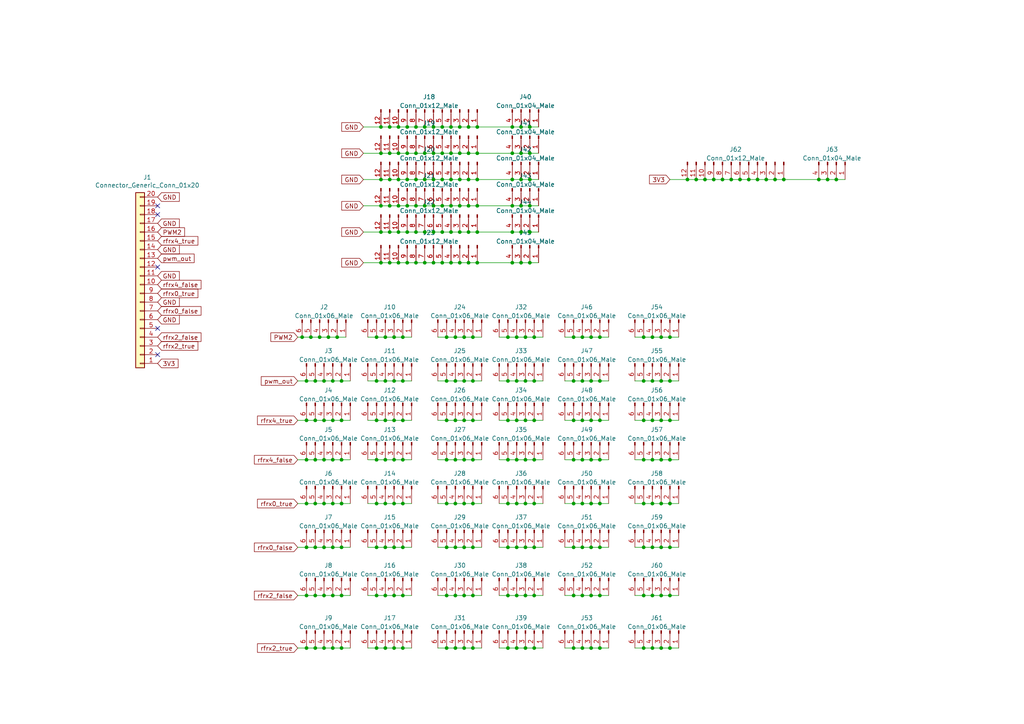
<source format=kicad_sch>
(kicad_sch (version 20211123) (generator eeschema)
  (paper "A4")
  (lib_symbols
    (symbol "Connector:Conn_01x04_Male" (pin_names (offset 1.016) hide)
      (property "Reference" "J" (at 0 5.08 0))
      (property "Value" "Conn_01x04_Male" (at 0 -7.62 0))
      (symbol "Conn_01x04_Male_1_1"
        (pin passive line (at 5.08 2.54 180) (length 3.81) (name "Pin_1") (number "1"))
        (pin passive line (at 5.08 0 180) (length 3.81) (name "Pin_2") (number "2"))
        (pin passive line (at 5.08 -2.54 180) (length 3.81) (name "Pin_3") (number "3"))
        (pin passive line (at 5.08 -5.08 180) (length 3.81) (name "Pin_4") (number "4"))
      )
    )
    (symbol "Connector:Conn_01x06_Male" (pin_names (offset 1.016) hide)
      (property "Reference" "J" (at 0 7.62 0))
      (property "Value" "Conn_01x06_Male" (at 0 -10.16 0))
      (symbol "Conn_01x06_Male_1_1"
        (pin passive line (at 5.08 5.08 180) (length 3.81) (name "Pin_1") (number "1"))
        (pin passive line (at 5.08 2.54 180) (length 3.81) (name "Pin_2") (number "2"))
        (pin passive line (at 5.08 0 180) (length 3.81) (name "Pin_3") (number "3"))
        (pin passive line (at 5.08 -2.54 180) (length 3.81) (name "Pin_4") (number "4"))
        (pin passive line (at 5.08 -5.08 180) (length 3.81) (name "Pin_5") (number "5"))
        (pin passive line (at 5.08 -7.62 180) (length 3.81) (name "Pin_6") (number "6"))
      )
    )
    (symbol "Connector:Conn_01x12_Male" (pin_names (offset 1.016) hide)
      (property "Reference" "J" (at 0 15.24 0))
      (property "Value" "Conn_01x12_Male" (at 0 -17.78 0))
      (symbol "Conn_01x12_Male_1_1"
        (pin passive line (at 5.08 12.7 180) (length 3.81) (name "Pin_1") (number "1"))
        (pin passive line (at 5.08 -10.16 180) (length 3.81) (name "Pin_10") (number "10"))
        (pin passive line (at 5.08 -12.7 180) (length 3.81) (name "Pin_11") (number "11"))
        (pin passive line (at 5.08 -15.24 180) (length 3.81) (name "Pin_12") (number "12"))
        (pin passive line (at 5.08 10.16 180) (length 3.81) (name "Pin_2") (number "2"))
        (pin passive line (at 5.08 7.62 180) (length 3.81) (name "Pin_3") (number "3"))
        (pin passive line (at 5.08 5.08 180) (length 3.81) (name "Pin_4") (number "4"))
        (pin passive line (at 5.08 2.54 180) (length 3.81) (name "Pin_5") (number "5"))
        (pin passive line (at 5.08 0 180) (length 3.81) (name "Pin_6") (number "6"))
        (pin passive line (at 5.08 -2.54 180) (length 3.81) (name "Pin_7") (number "7"))
        (pin passive line (at 5.08 -5.08 180) (length 3.81) (name "Pin_8") (number "8"))
        (pin passive line (at 5.08 -7.62 180) (length 3.81) (name "Pin_9") (number "9"))
      )
    )
    (symbol "bgt:Connector_Generic_Conn_01x20" (pin_names (offset 1.016) hide)
      (property "Reference" "J" (at 0 25.4 0))
      (property "Value" "bgt_Connector_Generic_Conn_01x20" (at 0 -27.94 0))
      (symbol "Connector_Generic_Conn_01x20_1_1"
        (pin passive line (at -5.08 22.86 0) (length 3.81) (name "Pin_1") (number "1"))
        (pin passive line (at -5.08 0 0) (length 3.81) (name "Pin_10") (number "10"))
        (pin passive line (at -5.08 -2.54 0) (length 3.81) (name "Pin_11") (number "11"))
        (pin passive line (at -5.08 -5.08 0) (length 3.81) (name "Pin_12") (number "12"))
        (pin passive line (at -5.08 -7.62 0) (length 3.81) (name "Pin_13") (number "13"))
        (pin passive line (at -5.08 -10.16 0) (length 3.81) (name "Pin_14") (number "14"))
        (pin passive line (at -5.08 -12.7 0) (length 3.81) (name "Pin_15") (number "15"))
        (pin passive line (at -5.08 -15.24 0) (length 3.81) (name "Pin_16") (number "16"))
        (pin passive line (at -5.08 -17.78 0) (length 3.81) (name "Pin_17") (number "17"))
        (pin passive line (at -5.08 -20.32 0) (length 3.81) (name "Pin_18") (number "18"))
        (pin passive line (at -5.08 -22.86 0) (length 3.81) (name "Pin_19") (number "19"))
        (pin passive line (at -5.08 20.32 0) (length 3.81) (name "Pin_2") (number "2"))
        (pin passive line (at -5.08 -25.4 0) (length 3.81) (name "Pin_20") (number "20"))
        (pin passive line (at -5.08 17.78 0) (length 3.81) (name "Pin_3") (number "3"))
        (pin passive line (at -5.08 15.24 0) (length 3.81) (name "Pin_4") (number "4"))
        (pin passive line (at -5.08 12.7 0) (length 3.81) (name "Pin_5") (number "5"))
        (pin passive line (at -5.08 10.16 0) (length 3.81) (name "Pin_6") (number "6"))
        (pin passive line (at -5.08 7.62 0) (length 3.81) (name "Pin_7") (number "7"))
        (pin passive line (at -5.08 5.08 0) (length 3.81) (name "Pin_8") (number "8"))
        (pin passive line (at -5.08 2.54 0) (length 3.81) (name "Pin_9") (number "9"))
      )
    )
  )
  (junction (at 171.45 97.79))
  (junction (at 128.27 36.83))
  (junction (at 189.23 158.75))
  (junction (at 110.49 67.31))
  (junction (at 191.77 133.35))
  (junction (at 224.79 52.07))
  (junction (at 96.52 121.92))
  (junction (at 191.77 146.05))
  (junction (at 149.86 97.79))
  (junction (at 133.35 36.83))
  (junction (at 115.57 52.07))
  (junction (at 96.52 110.49))
  (junction (at 148.59 36.83))
  (junction (at 111.76 121.92))
  (junction (at 147.32 121.92))
  (junction (at 168.91 187.96))
  (junction (at 148.59 76.2))
  (junction (at 191.77 97.79))
  (junction (at 130.81 59.69))
  (junction (at 118.11 52.07))
  (junction (at 153.67 36.83))
  (junction (at 168.91 133.35))
  (junction (at 132.08 158.75))
  (junction (at 116.84 110.49))
  (junction (at 88.9 158.75))
  (junction (at 189.23 97.79))
  (junction (at 110.49 52.07))
  (junction (at 171.45 133.35))
  (junction (at 191.77 110.49))
  (junction (at 132.08 97.79))
  (junction (at 120.65 52.07))
  (junction (at 194.31 187.96))
  (junction (at 130.81 44.45))
  (junction (at 96.52 146.05))
  (junction (at 113.03 44.45))
  (junction (at 201.93 52.07))
  (junction (at 109.22 146.05))
  (junction (at 128.27 44.45))
  (junction (at 154.94 158.75))
  (junction (at 151.13 67.31))
  (junction (at 114.3 97.79))
  (junction (at 191.77 158.75))
  (junction (at 152.4 172.72))
  (junction (at 113.03 59.69))
  (junction (at 99.06 133.35))
  (junction (at 132.08 121.92))
  (junction (at 219.71 52.07))
  (junction (at 173.99 121.92))
  (junction (at 151.13 44.45))
  (junction (at 133.35 52.07))
  (junction (at 132.08 146.05))
  (junction (at 168.91 121.92))
  (junction (at 173.99 97.79))
  (junction (at 109.22 187.96))
  (junction (at 134.62 172.72))
  (junction (at 87.63 97.79))
  (junction (at 120.65 44.45))
  (junction (at 191.77 172.72))
  (junction (at 109.22 158.75))
  (junction (at 132.08 110.49))
  (junction (at 137.16 187.96))
  (junction (at 194.31 110.49))
  (junction (at 149.86 133.35))
  (junction (at 189.23 146.05))
  (junction (at 92.71 97.79))
  (junction (at 96.52 187.96))
  (junction (at 118.11 76.2))
  (junction (at 173.99 146.05))
  (junction (at 166.37 158.75))
  (junction (at 125.73 76.2))
  (junction (at 123.19 67.31))
  (junction (at 154.94 172.72))
  (junction (at 129.54 133.35))
  (junction (at 153.67 52.07))
  (junction (at 147.32 172.72))
  (junction (at 129.54 110.49))
  (junction (at 153.67 76.2))
  (junction (at 109.22 110.49))
  (junction (at 129.54 158.75))
  (junction (at 93.98 146.05))
  (junction (at 99.06 187.96))
  (junction (at 133.35 44.45))
  (junction (at 166.37 146.05))
  (junction (at 99.06 146.05))
  (junction (at 110.49 36.83))
  (junction (at 134.62 187.96))
  (junction (at 171.45 172.72))
  (junction (at 132.08 133.35))
  (junction (at 99.06 158.75))
  (junction (at 91.44 158.75))
  (junction (at 237.49 52.07))
  (junction (at 173.99 110.49))
  (junction (at 93.98 158.75))
  (junction (at 97.79 97.79))
  (junction (at 135.89 44.45))
  (junction (at 91.44 121.92))
  (junction (at 137.16 110.49))
  (junction (at 186.69 97.79))
  (junction (at 138.43 67.31))
  (junction (at 134.62 121.92))
  (junction (at 130.81 76.2))
  (junction (at 114.3 187.96))
  (junction (at 138.43 44.45))
  (junction (at 118.11 44.45))
  (junction (at 151.13 76.2))
  (junction (at 120.65 67.31))
  (junction (at 115.57 59.69))
  (junction (at 134.62 158.75))
  (junction (at 93.98 133.35))
  (junction (at 128.27 67.31))
  (junction (at 110.49 76.2))
  (junction (at 116.84 133.35))
  (junction (at 111.76 97.79))
  (junction (at 154.94 133.35))
  (junction (at 116.84 146.05))
  (junction (at 147.32 158.75))
  (junction (at 149.86 187.96))
  (junction (at 123.19 36.83))
  (junction (at 222.25 52.07))
  (junction (at 91.44 133.35))
  (junction (at 123.19 44.45))
  (junction (at 186.69 158.75))
  (junction (at 194.31 172.72))
  (junction (at 118.11 36.83))
  (junction (at 96.52 172.72))
  (junction (at 154.94 110.49))
  (junction (at 130.81 52.07))
  (junction (at 115.57 36.83))
  (junction (at 148.59 44.45))
  (junction (at 152.4 146.05))
  (junction (at 118.11 67.31))
  (junction (at 191.77 121.92))
  (junction (at 168.91 172.72))
  (junction (at 118.11 59.69))
  (junction (at 125.73 52.07))
  (junction (at 137.16 158.75))
  (junction (at 147.32 133.35))
  (junction (at 189.23 172.72))
  (junction (at 134.62 97.79))
  (junction (at 116.84 172.72))
  (junction (at 186.69 133.35))
  (junction (at 168.91 158.75))
  (junction (at 88.9 146.05))
  (junction (at 134.62 133.35))
  (junction (at 148.59 52.07))
  (junction (at 173.99 187.96))
  (junction (at 133.35 76.2))
  (junction (at 88.9 121.92))
  (junction (at 166.37 110.49))
  (junction (at 99.06 121.92))
  (junction (at 171.45 121.92))
  (junction (at 171.45 187.96))
  (junction (at 115.57 67.31))
  (junction (at 204.47 52.07))
  (junction (at 147.32 187.96))
  (junction (at 109.22 133.35))
  (junction (at 113.03 67.31))
  (junction (at 120.65 76.2))
  (junction (at 116.84 121.92))
  (junction (at 88.9 187.96))
  (junction (at 171.45 146.05))
  (junction (at 111.76 110.49))
  (junction (at 189.23 133.35))
  (junction (at 217.17 52.07))
  (junction (at 153.67 59.69))
  (junction (at 132.08 172.72))
  (junction (at 129.54 146.05))
  (junction (at 120.65 36.83))
  (junction (at 132.08 187.96))
  (junction (at 95.25 97.79))
  (junction (at 194.31 97.79))
  (junction (at 113.03 36.83))
  (junction (at 148.59 59.69))
  (junction (at 109.22 172.72))
  (junction (at 137.16 172.72))
  (junction (at 125.73 36.83))
  (junction (at 194.31 121.92))
  (junction (at 129.54 172.72))
  (junction (at 138.43 76.2))
  (junction (at 194.31 146.05))
  (junction (at 129.54 121.92))
  (junction (at 212.09 52.07))
  (junction (at 227.33 52.07))
  (junction (at 111.76 133.35))
  (junction (at 152.4 97.79))
  (junction (at 173.99 133.35))
  (junction (at 149.86 172.72))
  (junction (at 114.3 172.72))
  (junction (at 154.94 187.96))
  (junction (at 152.4 158.75))
  (junction (at 114.3 121.92))
  (junction (at 135.89 59.69))
  (junction (at 189.23 187.96))
  (junction (at 147.32 110.49))
  (junction (at 90.17 97.79))
  (junction (at 137.16 97.79))
  (junction (at 189.23 121.92))
  (junction (at 154.94 97.79))
  (junction (at 186.69 172.72))
  (junction (at 96.52 158.75))
  (junction (at 149.86 146.05))
  (junction (at 113.03 52.07))
  (junction (at 109.22 97.79))
  (junction (at 152.4 121.92))
  (junction (at 91.44 110.49))
  (junction (at 151.13 59.69))
  (junction (at 189.23 110.49))
  (junction (at 149.86 121.92))
  (junction (at 129.54 97.79))
  (junction (at 186.69 187.96))
  (junction (at 240.03 52.07))
  (junction (at 130.81 36.83))
  (junction (at 154.94 146.05))
  (junction (at 111.76 146.05))
  (junction (at 120.65 59.69))
  (junction (at 138.43 36.83))
  (junction (at 166.37 187.96))
  (junction (at 91.44 172.72))
  (junction (at 125.73 67.31))
  (junction (at 93.98 187.96))
  (junction (at 138.43 52.07))
  (junction (at 111.76 158.75))
  (junction (at 123.19 59.69))
  (junction (at 93.98 121.92))
  (junction (at 171.45 110.49))
  (junction (at 128.27 76.2))
  (junction (at 125.73 44.45))
  (junction (at 151.13 36.83))
  (junction (at 113.03 76.2))
  (junction (at 115.57 76.2))
  (junction (at 173.99 158.75))
  (junction (at 123.19 52.07))
  (junction (at 168.91 146.05))
  (junction (at 148.59 67.31))
  (junction (at 135.89 76.2))
  (junction (at 109.22 121.92))
  (junction (at 168.91 97.79))
  (junction (at 99.06 172.72))
  (junction (at 173.99 172.72))
  (junction (at 125.73 59.69))
  (junction (at 154.94 121.92))
  (junction (at 88.9 172.72))
  (junction (at 116.84 97.79))
  (junction (at 128.27 59.69))
  (junction (at 130.81 67.31))
  (junction (at 91.44 146.05))
  (junction (at 147.32 97.79))
  (junction (at 166.37 97.79))
  (junction (at 88.9 110.49))
  (junction (at 207.01 52.07))
  (junction (at 168.91 110.49))
  (junction (at 96.52 133.35))
  (junction (at 186.69 146.05))
  (junction (at 134.62 146.05))
  (junction (at 149.86 158.75))
  (junction (at 194.31 158.75))
  (junction (at 116.84 187.96))
  (junction (at 153.67 67.31))
  (junction (at 111.76 172.72))
  (junction (at 133.35 67.31))
  (junction (at 135.89 67.31))
  (junction (at 88.9 133.35))
  (junction (at 186.69 110.49))
  (junction (at 110.49 44.45))
  (junction (at 115.57 44.45))
  (junction (at 152.4 110.49))
  (junction (at 114.3 146.05))
  (junction (at 149.86 110.49))
  (junction (at 153.67 44.45))
  (junction (at 116.84 158.75))
  (junction (at 138.43 59.69))
  (junction (at 111.76 187.96))
  (junction (at 133.35 59.69))
  (junction (at 191.77 187.96))
  (junction (at 137.16 121.92))
  (junction (at 242.57 52.07))
  (junction (at 114.3 133.35))
  (junction (at 134.62 110.49))
  (junction (at 199.39 52.07))
  (junction (at 93.98 110.49))
  (junction (at 186.69 121.92))
  (junction (at 137.16 133.35))
  (junction (at 129.54 187.96))
  (junction (at 110.49 59.69))
  (junction (at 114.3 110.49))
  (junction (at 214.63 52.07))
  (junction (at 99.06 110.49))
  (junction (at 135.89 36.83))
  (junction (at 151.13 52.07))
  (junction (at 91.44 187.96))
  (junction (at 135.89 52.07))
  (junction (at 152.4 187.96))
  (junction (at 194.31 133.35))
  (junction (at 166.37 172.72))
  (junction (at 147.32 146.05))
  (junction (at 128.27 52.07))
  (junction (at 114.3 158.75))
  (junction (at 137.16 146.05))
  (junction (at 171.45 158.75))
  (junction (at 93.98 172.72))
  (junction (at 152.4 133.35))
  (junction (at 209.55 52.07))
  (junction (at 123.19 76.2))
  (junction (at 166.37 133.35))
  (junction (at 166.37 121.92))
  (no_connect (at 45.72 95.25))
  (no_connect (at 45.72 102.87))
  (no_connect (at 45.72 77.47))
  (no_connect (at 45.72 62.23))
  (no_connect (at 45.72 59.69))
  (wire (pts (xy 105.41 36.83) (xy 110.49 36.83)))
  (wire (pts (xy 186.69 172.72) (xy 189.23 172.72)))
  (wire (pts (xy 111.76 187.96) (xy 114.3 187.96)))
  (wire (pts (xy 147.32 187.96) (xy 149.86 187.96)))
  (wire (pts (xy 147.32 133.35) (xy 149.86 133.35)))
  (wire (pts (xy 191.77 146.05) (xy 194.31 146.05)))
  (wire (pts (xy 113.03 59.69) (xy 115.57 59.69)))
  (wire (pts (xy 113.03 44.45) (xy 115.57 44.45)))
  (wire (pts (xy 111.76 158.75) (xy 114.3 158.75)))
  (wire (pts (xy 171.45 97.79) (xy 173.99 97.79)))
  (wire (pts (xy 194.31 187.96) (xy 196.85 187.96)))
  (wire (pts (xy 171.45 121.92) (xy 173.99 121.92)))
  (wire (pts (xy 191.77 187.96) (xy 194.31 187.96)))
  (wire (pts (xy 91.44 158.75) (xy 93.98 158.75)))
  (wire (pts (xy 106.68 187.96) (xy 109.22 187.96)))
  (wire (pts (xy 116.84 172.72) (xy 119.38 172.72)))
  (wire (pts (xy 194.31 133.35) (xy 196.85 133.35)))
  (wire (pts (xy 144.78 158.75) (xy 147.32 158.75)))
  (wire (pts (xy 111.76 110.49) (xy 114.3 110.49)))
  (wire (pts (xy 149.86 172.72) (xy 152.4 172.72)))
  (wire (pts (xy 86.36 110.49) (xy 88.9 110.49)))
  (wire (pts (xy 129.54 146.05) (xy 132.08 146.05)))
  (wire (pts (xy 93.98 158.75) (xy 96.52 158.75)))
  (wire (pts (xy 149.86 146.05) (xy 152.4 146.05)))
  (wire (pts (xy 106.68 146.05) (xy 109.22 146.05)))
  (wire (pts (xy 130.81 52.07) (xy 133.35 52.07)))
  (wire (pts (xy 113.03 36.83) (xy 115.57 36.83)))
  (wire (pts (xy 113.03 67.31) (xy 115.57 67.31)))
  (wire (pts (xy 135.89 44.45) (xy 138.43 44.45)))
  (wire (pts (xy 137.16 97.79) (xy 139.7 97.79)))
  (wire (pts (xy 219.71 52.07) (xy 222.25 52.07)))
  (wire (pts (xy 88.9 110.49) (xy 91.44 110.49)))
  (wire (pts (xy 184.15 172.72) (xy 186.69 172.72)))
  (wire (pts (xy 132.08 110.49) (xy 134.62 110.49)))
  (wire (pts (xy 88.9 146.05) (xy 91.44 146.05)))
  (wire (pts (xy 134.62 146.05) (xy 137.16 146.05)))
  (wire (pts (xy 194.31 172.72) (xy 196.85 172.72)))
  (wire (pts (xy 109.22 158.75) (xy 111.76 158.75)))
  (wire (pts (xy 148.59 36.83) (xy 151.13 36.83)))
  (wire (pts (xy 227.33 52.07) (xy 237.49 52.07)))
  (wire (pts (xy 99.06 158.75) (xy 101.6 158.75)))
  (wire (pts (xy 91.44 133.35) (xy 93.98 133.35)))
  (wire (pts (xy 184.15 133.35) (xy 186.69 133.35)))
  (wire (pts (xy 110.49 52.07) (xy 113.03 52.07)))
  (wire (pts (xy 186.69 110.49) (xy 189.23 110.49)))
  (wire (pts (xy 114.3 172.72) (xy 116.84 172.72)))
  (wire (pts (xy 116.84 110.49) (xy 119.38 110.49)))
  (wire (pts (xy 171.45 110.49) (xy 173.99 110.49)))
  (wire (pts (xy 163.83 133.35) (xy 166.37 133.35)))
  (wire (pts (xy 166.37 133.35) (xy 168.91 133.35)))
  (wire (pts (xy 96.52 110.49) (xy 99.06 110.49)))
  (wire (pts (xy 125.73 52.07) (xy 128.27 52.07)))
  (wire (pts (xy 130.81 67.31) (xy 133.35 67.31)))
  (wire (pts (xy 189.23 172.72) (xy 191.77 172.72)))
  (wire (pts (xy 138.43 52.07) (xy 148.59 52.07)))
  (wire (pts (xy 166.37 110.49) (xy 168.91 110.49)))
  (wire (pts (xy 135.89 52.07) (xy 138.43 52.07)))
  (wire (pts (xy 127 121.92) (xy 129.54 121.92)))
  (wire (pts (xy 189.23 187.96) (xy 191.77 187.96)))
  (wire (pts (xy 127 146.05) (xy 129.54 146.05)))
  (wire (pts (xy 137.16 121.92) (xy 139.7 121.92)))
  (wire (pts (xy 144.78 172.72) (xy 147.32 172.72)))
  (wire (pts (xy 125.73 67.31) (xy 128.27 67.31)))
  (wire (pts (xy 116.84 121.92) (xy 119.38 121.92)))
  (wire (pts (xy 144.78 110.49) (xy 147.32 110.49)))
  (wire (pts (xy 96.52 133.35) (xy 99.06 133.35)))
  (wire (pts (xy 135.89 59.69) (xy 138.43 59.69)))
  (wire (pts (xy 151.13 67.31) (xy 153.67 67.31)))
  (wire (pts (xy 110.49 67.31) (xy 113.03 67.31)))
  (wire (pts (xy 154.94 121.92) (xy 157.48 121.92)))
  (wire (pts (xy 171.45 146.05) (xy 173.99 146.05)))
  (wire (pts (xy 105.41 67.31) (xy 110.49 67.31)))
  (wire (pts (xy 132.08 121.92) (xy 134.62 121.92)))
  (wire (pts (xy 115.57 52.07) (xy 118.11 52.07)))
  (wire (pts (xy 93.98 133.35) (xy 96.52 133.35)))
  (wire (pts (xy 105.41 59.69) (xy 110.49 59.69)))
  (wire (pts (xy 135.89 76.2) (xy 138.43 76.2)))
  (wire (pts (xy 134.62 187.96) (xy 137.16 187.96)))
  (wire (pts (xy 163.83 121.92) (xy 166.37 121.92)))
  (wire (pts (xy 125.73 76.2) (xy 128.27 76.2)))
  (wire (pts (xy 88.9 158.75) (xy 91.44 158.75)))
  (wire (pts (xy 194.31 52.07) (xy 199.39 52.07)))
  (wire (pts (xy 127 158.75) (xy 129.54 158.75)))
  (wire (pts (xy 184.15 146.05) (xy 186.69 146.05)))
  (wire (pts (xy 149.86 187.96) (xy 152.4 187.96)))
  (wire (pts (xy 184.15 121.92) (xy 186.69 121.92)))
  (wire (pts (xy 123.19 59.69) (xy 125.73 59.69)))
  (wire (pts (xy 224.79 52.07) (xy 227.33 52.07)))
  (wire (pts (xy 147.32 172.72) (xy 149.86 172.72)))
  (wire (pts (xy 129.54 133.35) (xy 132.08 133.35)))
  (wire (pts (xy 133.35 76.2) (xy 135.89 76.2)))
  (wire (pts (xy 116.84 187.96) (xy 119.38 187.96)))
  (wire (pts (xy 128.27 59.69) (xy 130.81 59.69)))
  (wire (pts (xy 99.06 121.92) (xy 101.6 121.92)))
  (wire (pts (xy 86.36 146.05) (xy 88.9 146.05)))
  (wire (pts (xy 120.65 36.83) (xy 123.19 36.83)))
  (wire (pts (xy 166.37 146.05) (xy 168.91 146.05)))
  (wire (pts (xy 166.37 172.72) (xy 168.91 172.72)))
  (wire (pts (xy 114.3 133.35) (xy 116.84 133.35)))
  (wire (pts (xy 147.32 158.75) (xy 149.86 158.75)))
  (wire (pts (xy 144.78 133.35) (xy 147.32 133.35)))
  (wire (pts (xy 138.43 36.83) (xy 148.59 36.83)))
  (wire (pts (xy 88.9 133.35) (xy 91.44 133.35)))
  (wire (pts (xy 96.52 172.72) (xy 99.06 172.72)))
  (wire (pts (xy 133.35 44.45) (xy 135.89 44.45)))
  (wire (pts (xy 130.81 76.2) (xy 133.35 76.2)))
  (wire (pts (xy 138.43 44.45) (xy 148.59 44.45)))
  (wire (pts (xy 168.91 97.79) (xy 171.45 97.79)))
  (wire (pts (xy 151.13 36.83) (xy 153.67 36.83)))
  (wire (pts (xy 138.43 76.2) (xy 148.59 76.2)))
  (wire (pts (xy 189.23 121.92) (xy 191.77 121.92)))
  (wire (pts (xy 184.15 110.49) (xy 186.69 110.49)))
  (wire (pts (xy 86.36 172.72) (xy 88.9 172.72)))
  (wire (pts (xy 118.11 59.69) (xy 120.65 59.69)))
  (wire (pts (xy 152.4 187.96) (xy 154.94 187.96)))
  (wire (pts (xy 111.76 133.35) (xy 114.3 133.35)))
  (wire (pts (xy 149.86 133.35) (xy 152.4 133.35)))
  (wire (pts (xy 86.36 158.75) (xy 88.9 158.75)))
  (wire (pts (xy 148.59 59.69) (xy 151.13 59.69)))
  (wire (pts (xy 217.17 52.07) (xy 219.71 52.07)))
  (wire (pts (xy 99.06 146.05) (xy 101.6 146.05)))
  (wire (pts (xy 105.41 44.45) (xy 110.49 44.45)))
  (wire (pts (xy 106.68 121.92) (xy 109.22 121.92)))
  (wire (pts (xy 106.68 172.72) (xy 109.22 172.72)))
  (wire (pts (xy 149.86 97.79) (xy 152.4 97.79)))
  (wire (pts (xy 144.78 121.92) (xy 147.32 121.92)))
  (wire (pts (xy 166.37 121.92) (xy 168.91 121.92)))
  (wire (pts (xy 134.62 133.35) (xy 137.16 133.35)))
  (wire (pts (xy 123.19 44.45) (xy 125.73 44.45)))
  (wire (pts (xy 128.27 52.07) (xy 130.81 52.07)))
  (wire (pts (xy 191.77 133.35) (xy 194.31 133.35)))
  (wire (pts (xy 240.03 52.07) (xy 242.57 52.07)))
  (wire (pts (xy 113.03 52.07) (xy 115.57 52.07)))
  (wire (pts (xy 95.25 97.79) (xy 97.79 97.79)))
  (wire (pts (xy 144.78 187.96) (xy 147.32 187.96)))
  (wire (pts (xy 144.78 146.05) (xy 147.32 146.05)))
  (wire (pts (xy 152.4 97.79) (xy 154.94 97.79)))
  (wire (pts (xy 96.52 187.96) (xy 99.06 187.96)))
  (wire (pts (xy 134.62 97.79) (xy 137.16 97.79)))
  (wire (pts (xy 194.31 121.92) (xy 196.85 121.92)))
  (wire (pts (xy 99.06 110.49) (xy 101.6 110.49)))
  (wire (pts (xy 166.37 97.79) (xy 168.91 97.79)))
  (wire (pts (xy 91.44 146.05) (xy 93.98 146.05)))
  (wire (pts (xy 118.11 36.83) (xy 120.65 36.83)))
  (wire (pts (xy 87.63 97.79) (xy 90.17 97.79)))
  (wire (pts (xy 152.4 158.75) (xy 154.94 158.75)))
  (wire (pts (xy 125.73 59.69) (xy 128.27 59.69)))
  (wire (pts (xy 184.15 97.79) (xy 186.69 97.79)))
  (wire (pts (xy 110.49 36.83) (xy 113.03 36.83)))
  (wire (pts (xy 114.3 146.05) (xy 116.84 146.05)))
  (wire (pts (xy 129.54 97.79) (xy 132.08 97.79)))
  (wire (pts (xy 114.3 121.92) (xy 116.84 121.92)))
  (wire (pts (xy 173.99 158.75) (xy 176.53 158.75)))
  (wire (pts (xy 168.91 187.96) (xy 171.45 187.96)))
  (wire (pts (xy 186.69 158.75) (xy 189.23 158.75)))
  (wire (pts (xy 93.98 121.92) (xy 96.52 121.92)))
  (wire (pts (xy 151.13 52.07) (xy 153.67 52.07)))
  (wire (pts (xy 129.54 110.49) (xy 132.08 110.49)))
  (wire (pts (xy 91.44 187.96) (xy 93.98 187.96)))
  (wire (pts (xy 147.32 121.92) (xy 149.86 121.92)))
  (wire (pts (xy 127 187.96) (xy 129.54 187.96)))
  (wire (pts (xy 168.91 110.49) (xy 171.45 110.49)))
  (wire (pts (xy 111.76 146.05) (xy 114.3 146.05)))
  (wire (pts (xy 137.16 133.35) (xy 139.7 133.35)))
  (wire (pts (xy 212.09 52.07) (xy 214.63 52.07)))
  (wire (pts (xy 194.31 158.75) (xy 196.85 158.75)))
  (wire (pts (xy 153.67 36.83) (xy 156.21 36.83)))
  (wire (pts (xy 133.35 36.83) (xy 135.89 36.83)))
  (wire (pts (xy 191.77 172.72) (xy 194.31 172.72)))
  (wire (pts (xy 222.25 52.07) (xy 224.79 52.07)))
  (wire (pts (xy 132.08 187.96) (xy 134.62 187.96)))
  (wire (pts (xy 151.13 76.2) (xy 153.67 76.2)))
  (wire (pts (xy 111.76 97.79) (xy 114.3 97.79)))
  (wire (pts (xy 93.98 172.72) (xy 96.52 172.72)))
  (wire (pts (xy 132.08 146.05) (xy 134.62 146.05)))
  (wire (pts (xy 163.83 158.75) (xy 166.37 158.75)))
  (wire (pts (xy 129.54 158.75) (xy 132.08 158.75)))
  (wire (pts (xy 118.11 52.07) (xy 120.65 52.07)))
  (wire (pts (xy 171.45 158.75) (xy 173.99 158.75)))
  (wire (pts (xy 120.65 76.2) (xy 123.19 76.2)))
  (wire (pts (xy 114.3 97.79) (xy 116.84 97.79)))
  (wire (pts (xy 109.22 172.72) (xy 111.76 172.72)))
  (wire (pts (xy 113.03 76.2) (xy 115.57 76.2)))
  (wire (pts (xy 115.57 67.31) (xy 118.11 67.31)))
  (wire (pts (xy 134.62 110.49) (xy 137.16 110.49)))
  (wire (pts (xy 90.17 97.79) (xy 92.71 97.79)))
  (wire (pts (xy 242.57 52.07) (xy 245.11 52.07)))
  (wire (pts (xy 116.84 97.79) (xy 119.38 97.79)))
  (wire (pts (xy 115.57 44.45) (xy 118.11 44.45)))
  (wire (pts (xy 116.84 133.35) (xy 119.38 133.35)))
  (wire (pts (xy 91.44 172.72) (xy 93.98 172.72)))
  (wire (pts (xy 166.37 158.75) (xy 168.91 158.75)))
  (wire (pts (xy 91.44 121.92) (xy 93.98 121.92)))
  (wire (pts (xy 130.81 59.69) (xy 133.35 59.69)))
  (wire (pts (xy 106.68 158.75) (xy 109.22 158.75)))
  (wire (pts (xy 99.06 133.35) (xy 101.6 133.35)))
  (wire (pts (xy 138.43 59.69) (xy 148.59 59.69)))
  (wire (pts (xy 114.3 187.96) (xy 116.84 187.96)))
  (wire (pts (xy 137.16 172.72) (xy 139.7 172.72)))
  (wire (pts (xy 153.67 52.07) (xy 156.21 52.07)))
  (wire (pts (xy 163.83 97.79) (xy 166.37 97.79)))
  (wire (pts (xy 135.89 67.31) (xy 138.43 67.31)))
  (wire (pts (xy 173.99 187.96) (xy 176.53 187.96)))
  (wire (pts (xy 86.36 187.96) (xy 88.9 187.96)))
  (wire (pts (xy 120.65 59.69) (xy 123.19 59.69)))
  (wire (pts (xy 88.9 121.92) (xy 91.44 121.92)))
  (wire (pts (xy 168.91 146.05) (xy 171.45 146.05)))
  (wire (pts (xy 123.19 67.31) (xy 125.73 67.31)))
  (wire (pts (xy 154.94 158.75) (xy 157.48 158.75)))
  (wire (pts (xy 86.36 121.92) (xy 88.9 121.92)))
  (wire (pts (xy 153.67 67.31) (xy 156.21 67.31)))
  (wire (pts (xy 154.94 146.05) (xy 157.48 146.05)))
  (wire (pts (xy 114.3 110.49) (xy 116.84 110.49)))
  (wire (pts (xy 96.52 146.05) (xy 99.06 146.05)))
  (wire (pts (xy 109.22 110.49) (xy 111.76 110.49)))
  (wire (pts (xy 137.16 146.05) (xy 139.7 146.05)))
  (wire (pts (xy 127 172.72) (xy 129.54 172.72)))
  (wire (pts (xy 171.45 187.96) (xy 173.99 187.96)))
  (wire (pts (xy 186.69 187.96) (xy 189.23 187.96)))
  (wire (pts (xy 109.22 133.35) (xy 111.76 133.35)))
  (wire (pts (xy 173.99 146.05) (xy 176.53 146.05)))
  (wire (pts (xy 123.19 52.07) (xy 125.73 52.07)))
  (wire (pts (xy 154.94 133.35) (xy 157.48 133.35)))
  (wire (pts (xy 152.4 110.49) (xy 154.94 110.49)))
  (wire (pts (xy 154.94 172.72) (xy 157.48 172.72)))
  (wire (pts (xy 133.35 52.07) (xy 135.89 52.07)))
  (wire (pts (xy 128.27 67.31) (xy 130.81 67.31)))
  (wire (pts (xy 120.65 52.07) (xy 123.19 52.07)))
  (wire (pts (xy 133.35 67.31) (xy 135.89 67.31)))
  (wire (pts (xy 173.99 133.35) (xy 176.53 133.35)))
  (wire (pts (xy 149.86 110.49) (xy 152.4 110.49)))
  (wire (pts (xy 132.08 133.35) (xy 134.62 133.35)))
  (wire (pts (xy 93.98 187.96) (xy 96.52 187.96)))
  (wire (pts (xy 152.4 133.35) (xy 154.94 133.35)))
  (wire (pts (xy 106.68 133.35) (xy 109.22 133.35)))
  (wire (pts (xy 106.68 97.79) (xy 109.22 97.79)))
  (wire (pts (xy 138.43 67.31) (xy 148.59 67.31)))
  (wire (pts (xy 173.99 97.79) (xy 176.53 97.79)))
  (wire (pts (xy 111.76 121.92) (xy 114.3 121.92)))
  (wire (pts (xy 105.41 52.07) (xy 110.49 52.07)))
  (wire (pts (xy 109.22 146.05) (xy 111.76 146.05)))
  (wire (pts (xy 168.91 133.35) (xy 171.45 133.35)))
  (wire (pts (xy 173.99 172.72) (xy 176.53 172.72)))
  (wire (pts (xy 118.11 76.2) (xy 120.65 76.2)))
  (wire (pts (xy 134.62 121.92) (xy 137.16 121.92)))
  (wire (pts (xy 111.76 172.72) (xy 114.3 172.72)))
  (wire (pts (xy 166.37 187.96) (xy 168.91 187.96)))
  (wire (pts (xy 129.54 121.92) (xy 132.08 121.92)))
  (wire (pts (xy 115.57 36.83) (xy 118.11 36.83)))
  (wire (pts (xy 194.31 146.05) (xy 196.85 146.05)))
  (wire (pts (xy 163.83 172.72) (xy 166.37 172.72)))
  (wire (pts (xy 135.89 36.83) (xy 138.43 36.83)))
  (wire (pts (xy 147.32 97.79) (xy 149.86 97.79)))
  (wire (pts (xy 137.16 158.75) (xy 139.7 158.75)))
  (wire (pts (xy 191.77 110.49) (xy 194.31 110.49)))
  (wire (pts (xy 125.73 36.83) (xy 128.27 36.83)))
  (wire (pts (xy 133.35 59.69) (xy 135.89 59.69)))
  (wire (pts (xy 110.49 59.69) (xy 113.03 59.69)))
  (wire (pts (xy 115.57 76.2) (xy 118.11 76.2)))
  (wire (pts (xy 171.45 133.35) (xy 173.99 133.35)))
  (wire (pts (xy 132.08 172.72) (xy 134.62 172.72)))
  (wire (pts (xy 137.16 110.49) (xy 139.7 110.49)))
  (wire (pts (xy 168.91 158.75) (xy 171.45 158.75)))
  (wire (pts (xy 171.45 172.72) (xy 173.99 172.72)))
  (wire (pts (xy 152.4 146.05) (xy 154.94 146.05)))
  (wire (pts (xy 148.59 44.45) (xy 151.13 44.45)))
  (wire (pts (xy 189.23 133.35) (xy 191.77 133.35)))
  (wire (pts (xy 132.08 158.75) (xy 134.62 158.75)))
  (wire (pts (xy 96.52 158.75) (xy 99.06 158.75)))
  (wire (pts (xy 154.94 110.49) (xy 157.48 110.49)))
  (wire (pts (xy 123.19 36.83) (xy 125.73 36.83)))
  (wire (pts (xy 154.94 187.96) (xy 157.48 187.96)))
  (wire (pts (xy 186.69 121.92) (xy 189.23 121.92)))
  (wire (pts (xy 128.27 76.2) (xy 130.81 76.2)))
  (wire (pts (xy 109.22 97.79) (xy 111.76 97.79)))
  (wire (pts (xy 99.06 172.72) (xy 101.6 172.72)))
  (wire (pts (xy 114.3 158.75) (xy 116.84 158.75)))
  (wire (pts (xy 163.83 146.05) (xy 166.37 146.05)))
  (wire (pts (xy 186.69 133.35) (xy 189.23 133.35)))
  (wire (pts (xy 149.86 121.92) (xy 152.4 121.92)))
  (wire (pts (xy 128.27 44.45) (xy 130.81 44.45)))
  (wire (pts (xy 168.91 121.92) (xy 171.45 121.92)))
  (wire (pts (xy 127 97.79) (xy 129.54 97.79)))
  (wire (pts (xy 92.71 97.79) (xy 95.25 97.79)))
  (wire (pts (xy 118.11 67.31) (xy 120.65 67.31)))
  (wire (pts (xy 149.86 158.75) (xy 152.4 158.75)))
  (wire (pts (xy 93.98 110.49) (xy 96.52 110.49)))
  (wire (pts (xy 152.4 172.72) (xy 154.94 172.72)))
  (wire (pts (xy 110.49 44.45) (xy 113.03 44.45)))
  (wire (pts (xy 191.77 97.79) (xy 194.31 97.79)))
  (wire (pts (xy 147.32 146.05) (xy 149.86 146.05)))
  (wire (pts (xy 152.4 121.92) (xy 154.94 121.92)))
  (wire (pts (xy 191.77 121.92) (xy 194.31 121.92)))
  (wire (pts (xy 96.52 121.92) (xy 99.06 121.92)))
  (wire (pts (xy 127 110.49) (xy 129.54 110.49)))
  (wire (pts (xy 134.62 172.72) (xy 137.16 172.72)))
  (wire (pts (xy 116.84 146.05) (xy 119.38 146.05)))
  (wire (pts (xy 97.79 97.79) (xy 100.33 97.79)))
  (wire (pts (xy 148.59 76.2) (xy 151.13 76.2)))
  (wire (pts (xy 110.49 76.2) (xy 113.03 76.2)))
  (wire (pts (xy 173.99 110.49) (xy 176.53 110.49)))
  (wire (pts (xy 127 133.35) (xy 129.54 133.35)))
  (wire (pts (xy 115.57 59.69) (xy 118.11 59.69)))
  (wire (pts (xy 168.91 172.72) (xy 171.45 172.72)))
  (wire (pts (xy 194.31 110.49) (xy 196.85 110.49)))
  (wire (pts (xy 214.63 52.07) (xy 217.17 52.07)))
  (wire (pts (xy 86.36 97.79) (xy 87.63 97.79)))
  (wire (pts (xy 151.13 59.69) (xy 153.67 59.69)))
  (wire (pts (xy 118.11 44.45) (xy 120.65 44.45)))
  (wire (pts (xy 163.83 187.96) (xy 166.37 187.96)))
  (wire (pts (xy 184.15 187.96) (xy 186.69 187.96)))
  (wire (pts (xy 144.78 97.79) (xy 147.32 97.79)))
  (wire (pts (xy 154.94 97.79) (xy 157.48 97.79)))
  (wire (pts (xy 189.23 110.49) (xy 191.77 110.49)))
  (wire (pts (xy 86.36 133.35) (xy 88.9 133.35)))
  (wire (pts (xy 125.73 44.45) (xy 128.27 44.45)))
  (wire (pts (xy 151.13 44.45) (xy 153.67 44.45)))
  (wire (pts (xy 163.83 110.49) (xy 166.37 110.49)))
  (wire (pts (xy 88.9 172.72) (xy 91.44 172.72)))
  (wire (pts (xy 148.59 67.31) (xy 151.13 67.31)))
  (wire (pts (xy 99.06 187.96) (xy 101.6 187.96)))
  (wire (pts (xy 128.27 36.83) (xy 130.81 36.83)))
  (wire (pts (xy 189.23 158.75) (xy 191.77 158.75)))
  (wire (pts (xy 130.81 44.45) (xy 133.35 44.45)))
  (wire (pts (xy 88.9 187.96) (xy 91.44 187.96)))
  (wire (pts (xy 153.67 59.69) (xy 156.21 59.69)))
  (wire (pts (xy 109.22 187.96) (xy 111.76 187.96)))
  (wire (pts (xy 132.08 97.79) (xy 134.62 97.79)))
  (wire (pts (xy 134.62 158.75) (xy 137.16 158.75)))
  (wire (pts (xy 123.19 76.2) (xy 125.73 76.2)))
  (wire (pts (xy 129.54 172.72) (xy 132.08 172.72)))
  (wire (pts (xy 109.22 121.92) (xy 111.76 121.92)))
  (wire (pts (xy 186.69 97.79) (xy 189.23 97.79)))
  (wire (pts (xy 189.23 97.79) (xy 191.77 97.79)))
  (wire (pts (xy 184.15 158.75) (xy 186.69 158.75)))
  (wire (pts (xy 204.47 52.07) (xy 207.01 52.07)))
  (wire (pts (xy 91.44 110.49) (xy 93.98 110.49)))
  (wire (pts (xy 93.98 146.05) (xy 96.52 146.05)))
  (wire (pts (xy 137.16 187.96) (xy 139.7 187.96)))
  (wire (pts (xy 120.65 67.31) (xy 123.19 67.31)))
  (wire (pts (xy 105.41 76.2) (xy 110.49 76.2)))
  (wire (pts (xy 106.68 110.49) (xy 109.22 110.49)))
  (wire (pts (xy 120.65 44.45) (xy 123.19 44.45)))
  (wire (pts (xy 173.99 121.92) (xy 176.53 121.92)))
  (wire (pts (xy 237.49 52.07) (xy 240.03 52.07)))
  (wire (pts (xy 153.67 44.45) (xy 156.21 44.45)))
  (wire (pts (xy 129.54 187.96) (xy 132.08 187.96)))
  (wire (pts (xy 199.39 52.07) (xy 201.93 52.07)))
  (wire (pts (xy 189.23 146.05) (xy 191.77 146.05)))
  (wire (pts (xy 207.01 52.07) (xy 209.55 52.07)))
  (wire (pts (xy 153.67 76.2) (xy 156.21 76.2)))
  (wire (pts (xy 148.59 52.07) (xy 151.13 52.07)))
  (wire (pts (xy 191.77 158.75) (xy 194.31 158.75)))
  (wire (pts (xy 186.69 146.05) (xy 189.23 146.05)))
  (wire (pts (xy 194.31 97.79) (xy 196.85 97.79)))
  (wire (pts (xy 209.55 52.07) (xy 212.09 52.07)))
  (wire (pts (xy 116.84 158.75) (xy 119.38 158.75)))
  (wire (pts (xy 130.81 36.83) (xy 133.35 36.83)))
  (wire (pts (xy 201.93 52.07) (xy 204.47 52.07)))
  (wire (pts (xy 147.32 110.49) (xy 149.86 110.49)))
  (global_label "pwm_out" (shape input) (at 45.72 74.93 0) (property "Intersheet References" "${INTERSHEET_REFS}" (effects hide)))
  (global_label "GND" (shape input) (at 45.72 64.77 0) (property "Intersheet References" "${INTERSHEET_REFS}" (effects hide)))
  (global_label "GND" (shape input) (at 105.41 44.45 180) (property "Intersheet References" "${INTERSHEET_REFS}" (effects hide)))
  (global_label "GND" (shape input) (at 45.72 80.01 0) (property "Intersheet References" "${INTERSHEET_REFS}" (effects hide)))
  (global_label "rfrx2_false" (shape input) (at 86.36 172.72 180) (property "Intersheet References" "${INTERSHEET_REFS}" (effects hide)))
  (global_label "rfrx4_false" (shape input) (at 45.72 82.55 0) (property "Intersheet References" "${INTERSHEET_REFS}" (effects hide)))
  (global_label "pwm_out" (shape input) (at 86.36 110.49 180) (property "Intersheet References" "${INTERSHEET_REFS}" (effects hide)))
  (global_label "3V3" (shape input) (at 194.31 52.07 180) (property "Intersheet References" "${INTERSHEET_REFS}" (effects hide)))
  (global_label "GND" (shape input) (at 45.72 57.15 0) (property "Intersheet References" "${INTERSHEET_REFS}" (effects hide)))
  (global_label "rfrx4_true" (shape input) (at 45.72 69.85 0) (property "Intersheet References" "${INTERSHEET_REFS}" (effects hide)))
  (global_label "GND" (shape input) (at 45.72 72.39 0) (property "Intersheet References" "${INTERSHEET_REFS}" (effects hide)))
  (global_label "rfrx4_false" (shape input) (at 86.36 133.35 180) (property "Intersheet References" "${INTERSHEET_REFS}" (effects hide)))
  (global_label "3V3" (shape input) (at 45.72 105.41 0) (property "Intersheet References" "${INTERSHEET_REFS}" (effects hide)))
  (global_label "rfrx2_true" (shape input) (at 86.36 187.96 180) (property "Intersheet References" "${INTERSHEET_REFS}" (effects hide)))
  (global_label "GND" (shape input) (at 105.41 36.83 180) (property "Intersheet References" "${INTERSHEET_REFS}" (effects hide)))
  (global_label "rfrx0_true" (shape input) (at 45.72 85.09 0) (property "Intersheet References" "${INTERSHEET_REFS}" (effects hide)))
  (global_label "GND" (shape input) (at 105.41 76.2 180) (property "Intersheet References" "${INTERSHEET_REFS}" (effects hide)))
  (global_label "GND" (shape input) (at 105.41 59.69 180) (property "Intersheet References" "${INTERSHEET_REFS}" (effects hide)))
  (global_label "PWM2" (shape input) (at 45.72 67.31 0) (property "Intersheet References" "${INTERSHEET_REFS}" (effects hide)))
  (global_label "rfrx2_false" (shape input) (at 45.72 97.79 0) (property "Intersheet References" "${INTERSHEET_REFS}" (effects hide)))
  (global_label "rfrx0_false" (shape input) (at 45.72 90.17 0) (property "Intersheet References" "${INTERSHEET_REFS}" (effects hide)))
  (global_label "rfrx2_true" (shape input) (at 45.72 100.33 0) (property "Intersheet References" "${INTERSHEET_REFS}" (effects hide)))
  (global_label "GND" (shape input) (at 105.41 67.31 180) (property "Intersheet References" "${INTERSHEET_REFS}" (effects hide)))
  (global_label "rfrx0_true" (shape input) (at 86.36 146.05 180) (property "Intersheet References" "${INTERSHEET_REFS}" (effects hide)))
  (global_label "rfrx4_true" (shape input) (at 86.36 121.92 180) (property "Intersheet References" "${INTERSHEET_REFS}" (effects hide)))
  (global_label "GND" (shape input) (at 45.72 87.63 0) (property "Intersheet References" "${INTERSHEET_REFS}" (effects hide)))
  (global_label "PWM2" (shape input) (at 86.36 97.79 180) (property "Intersheet References" "${INTERSHEET_REFS}" (effects hide)))
  (global_label "GND" (shape input) (at 105.41 52.07 180) (property "Intersheet References" "${INTERSHEET_REFS}" (effects hide)))
  (global_label "rfrx0_false" (shape input) (at 86.36 158.75 180) (property "Intersheet References" "${INTERSHEET_REFS}" (effects hide)))
  (global_label "GND" (shape input) (at 45.72 92.71 0) (property "Intersheet References" "${INTERSHEET_REFS}" (effects hide)))
  (symbol (lib_id "bgt:Connector_Generic_Conn_01x20") (at 40.64 82.55 180) (unit 1)
    (property "Reference" "J1" (at 42.7228 51.435 0))
    (property "Value" "Connector_Generic_Conn_01x20" (at 42.7228 53.7464 0))
    (property "Footprint" "Connector_PinHeader_2.54mm:PinHeader_1x20_P2.54mm_Vertical" (effects hide))
  )
  (symbol (lib_id "Connector:Conn_01x06_Male") (at 152.4 153.67 270) (unit 1)
    (property "Reference" "J37" (at 151.13 150.021 90))
    (property "Value" "Conn_01x06_Male" (at 151.13 152.5579 90))
    (property "Footprint" "Connector_PinHeader_2.54mm:PinHeader_1x06_P2.54mm_Vertical" (effects hide))
  )
  (symbol (lib_id "Connector:Conn_01x06_Male") (at 152.4 128.27 270) (unit 1)
    (property "Reference" "J35" (at 151.13 124.621 90))
    (property "Value" "Conn_01x06_Male" (at 151.13 127.1579 90))
    (property "Footprint" "Connector_PinHeader_2.54mm:PinHeader_1x06_P2.54mm_Vertical" (effects hide))
  )
  (symbol (lib_id "Connector:Conn_01x06_Male") (at 191.77 182.88 270) (unit 1)
    (property "Reference" "J61" (at 190.5 179.231 90))
    (property "Value" "Conn_01x06_Male" (at 190.5 181.7679 90))
    (property "Footprint" "Connector_PinHeader_2.54mm:PinHeader_1x06_P2.54mm_Vertical" (effects hide))
  )
  (symbol (lib_id "Connector:Conn_01x04_Male") (at 153.67 31.75 270) (unit 1)
    (property "Reference" "J40" (at 152.4 28.101 90))
    (property "Value" "Conn_01x04_Male" (at 152.4 30.6379 90))
    (property "Footprint" "Connector_PinHeader_2.54mm:PinHeader_1x04_P2.54mm_Vertical" (effects hide))
  )
  (symbol (lib_id "Connector:Conn_01x06_Male") (at 114.3 182.88 270) (unit 1)
    (property "Reference" "J17" (at 113.03 179.231 90))
    (property "Value" "Conn_01x06_Male" (at 113.03 181.7679 90))
    (property "Footprint" "Connector_PinHeader_2.54mm:PinHeader_1x06_P2.54mm_Vertical" (effects hide))
  )
  (symbol (lib_id "Connector:Conn_01x12_Male") (at 125.73 31.75 270) (unit 1)
    (property "Reference" "J18" (at 124.46 28.101 90))
    (property "Value" "Conn_01x12_Male" (at 124.46 30.6379 90))
    (property "Footprint" "Connector_PinHeader_2.54mm:PinHeader_1x12_P2.54mm_Vertical" (effects hide))
  )
  (symbol (lib_id "Connector:Conn_01x06_Male") (at 171.45 105.41 270) (unit 1)
    (property "Reference" "J47" (at 170.18 101.761 90))
    (property "Value" "Conn_01x06_Male" (at 170.18 104.2979 90))
    (property "Footprint" "Connector_PinHeader_2.54mm:PinHeader_1x06_P2.54mm_Vertical" (effects hide))
  )
  (symbol (lib_id "Connector:Conn_01x06_Male") (at 134.62 128.27 270) (unit 1)
    (property "Reference" "J27" (at 133.35 124.621 90))
    (property "Value" "Conn_01x06_Male" (at 133.35 127.1579 90))
    (property "Footprint" "Connector_PinHeader_2.54mm:PinHeader_1x06_P2.54mm_Vertical" (effects hide))
  )
  (symbol (lib_id "Connector:Conn_01x06_Male") (at 191.77 128.27 270) (unit 1)
    (property "Reference" "J57" (at 190.5 124.621 90))
    (property "Value" "Conn_01x06_Male" (at 190.5 127.1579 90))
    (property "Footprint" "Connector_PinHeader_2.54mm:PinHeader_1x06_P2.54mm_Vertical" (effects hide))
  )
  (symbol (lib_id "Connector:Conn_01x06_Male") (at 152.4 167.64 270) (unit 1)
    (property "Reference" "J38" (at 151.13 163.991 90))
    (property "Value" "Conn_01x06_Male" (at 151.13 166.5279 90))
    (property "Footprint" "Connector_PinHeader_2.54mm:PinHeader_1x06_P2.54mm_Vertical" (effects hide))
  )
  (symbol (lib_id "Connector:Conn_01x06_Male") (at 114.3 128.27 270) (unit 1)
    (property "Reference" "J13" (at 113.03 124.621 90))
    (property "Value" "Conn_01x06_Male" (at 113.03 127.1579 90))
    (property "Footprint" "Connector_PinHeader_2.54mm:PinHeader_1x06_P2.54mm_Vertical" (effects hide))
  )
  (symbol (lib_id "Connector:Conn_01x06_Male") (at 114.3 153.67 270) (unit 1)
    (property "Reference" "J15" (at 113.03 150.021 90))
    (property "Value" "Conn_01x06_Male" (at 113.03 152.5579 90))
    (property "Footprint" "Connector_PinHeader_2.54mm:PinHeader_1x06_P2.54mm_Vertical" (effects hide))
  )
  (symbol (lib_id "Connector:Conn_01x06_Male") (at 134.62 116.84 270) (unit 1)
    (property "Reference" "J26" (at 133.35 113.191 90))
    (property "Value" "Conn_01x06_Male" (at 133.35 115.7279 90))
    (property "Footprint" "Connector_PinHeader_2.54mm:PinHeader_1x06_P2.54mm_Vertical" (effects hide))
  )
  (symbol (lib_id "Connector:Conn_01x12_Male") (at 214.63 46.99 270) (unit 1)
    (property "Reference" "J62" (at 213.36 43.341 90))
    (property "Value" "Conn_01x12_Male" (at 213.36 45.8779 90))
    (property "Footprint" "Connector_PinHeader_2.54mm:PinHeader_1x12_P2.54mm_Vertical" (effects hide))
  )
  (symbol (lib_id "Connector:Conn_01x04_Male") (at 153.67 62.23 270) (unit 1)
    (property "Reference" "J44" (at 152.4 58.581 90))
    (property "Value" "Conn_01x04_Male" (at 152.4 61.1179 90))
    (property "Footprint" "Connector_PinHeader_2.54mm:PinHeader_1x04_P2.54mm_Vertical" (effects hide))
  )
  (symbol (lib_id "Connector:Conn_01x06_Male") (at 96.52 153.67 270) (unit 1)
    (property "Reference" "J7" (at 95.25 150.021 90))
    (property "Value" "Conn_01x06_Male" (at 95.25 152.5579 90))
    (property "Footprint" "Connector_PinHeader_2.54mm:PinHeader_1x06_P2.54mm_Vertical" (effects hide))
  )
  (symbol (lib_id "Connector:Conn_01x06_Male") (at 114.3 105.41 270) (unit 1)
    (property "Reference" "J11" (at 113.03 101.761 90))
    (property "Value" "Conn_01x06_Male" (at 113.03 104.2979 90))
    (property "Footprint" "Connector_PinHeader_2.54mm:PinHeader_1x06_P2.54mm_Vertical" (effects hide))
  )
  (symbol (lib_id "Connector:Conn_01x06_Male") (at 96.52 140.97 270) (unit 1)
    (property "Reference" "J6" (at 95.25 137.321 90))
    (property "Value" "Conn_01x06_Male" (at 95.25 139.8579 90))
    (property "Footprint" "Connector_PinHeader_2.54mm:PinHeader_1x06_P2.54mm_Vertical" (effects hide))
  )
  (symbol (lib_id "Connector:Conn_01x04_Male") (at 153.67 39.37 270) (unit 1)
    (property "Reference" "J41" (at 152.4 35.721 90))
    (property "Value" "Conn_01x04_Male" (at 152.4 38.2579 90))
    (property "Footprint" "Connector_PinHeader_2.54mm:PinHeader_1x04_P2.54mm_Vertical" (effects hide))
  )
  (symbol (lib_id "Connector:Conn_01x06_Male") (at 152.4 116.84 270) (unit 1)
    (property "Reference" "J34" (at 151.13 113.191 90))
    (property "Value" "Conn_01x06_Male" (at 151.13 115.7279 90))
    (property "Footprint" "Connector_PinHeader_2.54mm:PinHeader_1x06_P2.54mm_Vertical" (effects hide))
  )
  (symbol (lib_id "Connector:Conn_01x06_Male") (at 96.52 128.27 270) (unit 1)
    (property "Reference" "J5" (at 95.25 124.621 90))
    (property "Value" "Conn_01x06_Male" (at 95.25 127.1579 90))
    (property "Footprint" "Connector_PinHeader_2.54mm:PinHeader_1x06_P2.54mm_Vertical" (effects hide))
  )
  (symbol (lib_id "Connector:Conn_01x06_Male") (at 114.3 167.64 270) (unit 1)
    (property "Reference" "J16" (at 113.03 163.991 90))
    (property "Value" "Conn_01x06_Male" (at 113.03 166.5279 90))
    (property "Footprint" "Connector_PinHeader_2.54mm:PinHeader_1x06_P2.54mm_Vertical" (effects hide))
  )
  (symbol (lib_id "Connector:Conn_01x06_Male") (at 96.52 116.84 270) (unit 1)
    (property "Reference" "J4" (at 95.25 113.191 90))
    (property "Value" "Conn_01x06_Male" (at 95.25 115.7279 90))
    (property "Footprint" "Connector_PinHeader_2.54mm:PinHeader_1x06_P2.54mm_Vertical" (effects hide))
  )
  (symbol (lib_id "Connector:Conn_01x06_Male") (at 171.45 167.64 270) (unit 1)
    (property "Reference" "J52" (at 170.18 163.991 90))
    (property "Value" "Conn_01x06_Male" (at 170.18 166.5279 90))
    (property "Footprint" "Connector_PinHeader_2.54mm:PinHeader_1x06_P2.54mm_Vertical" (effects hide))
  )
  (symbol (lib_id "Connector:Conn_01x06_Male") (at 191.77 105.41 270) (unit 1)
    (property "Reference" "J55" (at 190.5 101.761 90))
    (property "Value" "Conn_01x06_Male" (at 190.5 104.2979 90))
    (property "Footprint" "Connector_PinHeader_2.54mm:PinHeader_1x06_P2.54mm_Vertical" (effects hide))
  )
  (symbol (lib_id "Connector:Conn_01x06_Male") (at 171.45 128.27 270) (unit 1)
    (property "Reference" "J49" (at 170.18 124.621 90))
    (property "Value" "Conn_01x06_Male" (at 170.18 127.1579 90))
    (property "Footprint" "Connector_PinHeader_2.54mm:PinHeader_1x06_P2.54mm_Vertical" (effects hide))
  )
  (symbol (lib_id "Connector:Conn_01x12_Male") (at 125.73 46.99 270) (unit 1)
    (property "Reference" "J20" (at 124.46 43.341 90))
    (property "Value" "Conn_01x12_Male" (at 124.46 45.8779 90))
    (property "Footprint" "Connector_PinHeader_2.54mm:PinHeader_1x12_P2.54mm_Vertical" (effects hide))
  )
  (symbol (lib_id "Connector:Conn_01x12_Male") (at 125.73 39.37 270) (unit 1)
    (property "Reference" "J19" (at 124.46 35.721 90))
    (property "Value" "Conn_01x12_Male" (at 124.46 38.2579 90))
    (property "Footprint" "Connector_PinHeader_2.54mm:PinHeader_1x12_P2.54mm_Vertical" (effects hide))
  )
  (symbol (lib_id "Connector:Conn_01x06_Male") (at 191.77 116.84 270) (unit 1)
    (property "Reference" "J56" (at 190.5 113.191 90))
    (property "Value" "Conn_01x06_Male" (at 190.5 115.7279 90))
    (property "Footprint" "Connector_PinHeader_2.54mm:PinHeader_1x06_P2.54mm_Vertical" (effects hide))
  )
  (symbol (lib_id "Connector:Conn_01x06_Male") (at 191.77 140.97 270) (unit 1)
    (property "Reference" "J58" (at 190.5 137.321 90))
    (property "Value" "Conn_01x06_Male" (at 190.5 139.8579 90))
    (property "Footprint" "Connector_PinHeader_2.54mm:PinHeader_1x06_P2.54mm_Vertical" (effects hide))
  )
  (symbol (lib_id "Connector:Conn_01x06_Male") (at 134.62 140.97 270) (unit 1)
    (property "Reference" "J28" (at 133.35 137.321 90))
    (property "Value" "Conn_01x06_Male" (at 133.35 139.8579 90))
    (property "Footprint" "Connector_PinHeader_2.54mm:PinHeader_1x06_P2.54mm_Vertical" (effects hide))
  )
  (symbol (lib_id "Connector:Conn_01x06_Male") (at 134.62 153.67 270) (unit 1)
    (property "Reference" "J29" (at 133.35 150.021 90))
    (property "Value" "Conn_01x06_Male" (at 133.35 152.5579 90))
    (property "Footprint" "Connector_PinHeader_2.54mm:PinHeader_1x06_P2.54mm_Vertical" (effects hide))
  )
  (symbol (lib_id "Connector:Conn_01x06_Male") (at 134.62 167.64 270) (unit 1)
    (property "Reference" "J30" (at 133.35 163.991 90))
    (property "Value" "Conn_01x06_Male" (at 133.35 166.5279 90))
    (property "Footprint" "Connector_PinHeader_2.54mm:PinHeader_1x06_P2.54mm_Vertical" (effects hide))
  )
  (symbol (lib_id "Connector:Conn_01x06_Male") (at 171.45 182.88 270) (unit 1)
    (property "Reference" "J53" (at 170.18 179.231 90))
    (property "Value" "Conn_01x06_Male" (at 170.18 181.7679 90))
    (property "Footprint" "Connector_PinHeader_2.54mm:PinHeader_1x06_P2.54mm_Vertical" (effects hide))
  )
  (symbol (lib_id "Connector:Conn_01x06_Male") (at 134.62 105.41 270) (unit 1)
    (property "Reference" "J25" (at 133.35 101.761 90))
    (property "Value" "Conn_01x06_Male" (at 133.35 104.2979 90))
    (property "Footprint" "Connector_PinHeader_2.54mm:PinHeader_1x06_P2.54mm_Vertical" (effects hide))
  )
  (symbol (lib_id "Connector:Conn_01x04_Male") (at 153.67 46.99 270) (unit 1)
    (property "Reference" "J42" (at 152.4 43.341 90))
    (property "Value" "Conn_01x04_Male" (at 152.4 45.8779 90))
    (property "Footprint" "Connector_PinHeader_2.54mm:PinHeader_1x04_P2.54mm_Vertical" (effects hide))
  )
  (symbol (lib_id "Connector:Conn_01x06_Male") (at 152.4 105.41 270) (unit 1)
    (property "Reference" "J33" (at 151.13 101.761 90))
    (property "Value" "Conn_01x06_Male" (at 151.13 104.2979 90))
    (property "Footprint" "Connector_PinHeader_2.54mm:PinHeader_1x06_P2.54mm_Vertical" (effects hide))
  )
  (symbol (lib_id "Connector:Conn_01x06_Male") (at 96.52 105.41 270) (unit 1)
    (property "Reference" "J3" (at 95.25 101.761 90))
    (property "Value" "Conn_01x06_Male" (at 95.25 104.2979 90))
    (property "Footprint" "Connector_PinHeader_2.54mm:PinHeader_1x06_P2.54mm_Vertical" (effects hide))
  )
  (symbol (lib_id "Connector:Conn_01x04_Male") (at 153.67 54.61 270) (unit 1)
    (property "Reference" "J43" (at 152.4 50.961 90))
    (property "Value" "Conn_01x04_Male" (at 152.4 53.4979 90))
    (property "Footprint" "Connector_PinHeader_2.54mm:PinHeader_1x04_P2.54mm_Vertical" (effects hide))
  )
  (symbol (lib_id "Connector:Conn_01x06_Male") (at 191.77 167.64 270) (unit 1)
    (property "Reference" "J60" (at 190.5 163.991 90))
    (property "Value" "Conn_01x06_Male" (at 190.5 166.5279 90))
    (property "Footprint" "Connector_PinHeader_2.54mm:PinHeader_1x06_P2.54mm_Vertical" (effects hide))
  )
  (symbol (lib_id "Connector:Conn_01x06_Male") (at 152.4 140.97 270) (unit 1)
    (property "Reference" "J36" (at 151.13 137.321 90))
    (property "Value" "Conn_01x06_Male" (at 151.13 139.8579 90))
    (property "Footprint" "Connector_PinHeader_2.54mm:PinHeader_1x06_P2.54mm_Vertical" (effects hide))
  )
  (symbol (lib_id "Connector:Conn_01x06_Male") (at 95.25 92.71 270) (unit 1)
    (property "Reference" "J2" (at 93.98 89.061 90))
    (property "Value" "Conn_01x06_Male" (at 93.98 91.5979 90))
    (property "Footprint" "Connector_PinHeader_2.54mm:PinHeader_1x06_P2.54mm_Vertical" (effects hide))
  )
  (symbol (lib_id "Connector:Conn_01x06_Male") (at 114.3 140.97 270) (unit 1)
    (property "Reference" "J14" (at 113.03 137.321 90))
    (property "Value" "Conn_01x06_Male" (at 113.03 139.8579 90))
    (property "Footprint" "Connector_PinHeader_2.54mm:PinHeader_1x06_P2.54mm_Vertical" (effects hide))
  )
  (symbol (lib_id "Connector:Conn_01x06_Male") (at 171.45 153.67 270) (unit 1)
    (property "Reference" "J51" (at 170.18 150.021 90))
    (property "Value" "Conn_01x06_Male" (at 170.18 152.5579 90))
    (property "Footprint" "Connector_PinHeader_2.54mm:PinHeader_1x06_P2.54mm_Vertical" (effects hide))
  )
  (symbol (lib_id "Connector:Conn_01x04_Male") (at 153.67 71.12 270) (unit 1)
    (property "Reference" "J45" (at 152.4 67.471 90))
    (property "Value" "Conn_01x04_Male" (at 152.4 70.0079 90))
    (property "Footprint" "Connector_PinHeader_2.54mm:PinHeader_1x04_P2.54mm_Vertical" (effects hide))
  )
  (symbol (lib_id "Connector:Conn_01x06_Male") (at 114.3 92.71 270) (unit 1)
    (property "Reference" "J10" (at 113.03 89.061 90))
    (property "Value" "Conn_01x06_Male" (at 113.03 91.5979 90))
    (property "Footprint" "Connector_PinHeader_2.54mm:PinHeader_1x06_P2.54mm_Vertical" (effects hide))
  )
  (symbol (lib_id "Connector:Conn_01x06_Male") (at 191.77 92.71 270) (unit 1)
    (property "Reference" "J54" (at 190.5 89.061 90))
    (property "Value" "Conn_01x06_Male" (at 190.5 91.5979 90))
    (property "Footprint" "Connector_PinHeader_2.54mm:PinHeader_1x06_P2.54mm_Vertical" (effects hide))
  )
  (symbol (lib_id "Connector:Conn_01x06_Male") (at 171.45 92.71 270) (unit 1)
    (property "Reference" "J46" (at 170.18 89.061 90))
    (property "Value" "Conn_01x06_Male" (at 170.18 91.5979 90))
    (property "Footprint" "Connector_PinHeader_2.54mm:PinHeader_1x06_P2.54mm_Vertical" (effects hide))
  )
  (symbol (lib_id "Connector:Conn_01x06_Male") (at 114.3 116.84 270) (unit 1)
    (property "Reference" "J12" (at 113.03 113.191 90))
    (property "Value" "Conn_01x06_Male" (at 113.03 115.7279 90))
    (property "Footprint" "Connector_PinHeader_2.54mm:PinHeader_1x06_P2.54mm_Vertical" (effects hide))
  )
  (symbol (lib_id "Connector:Conn_01x06_Male") (at 171.45 116.84 270) (unit 1)
    (property "Reference" "J48" (at 170.18 113.191 90))
    (property "Value" "Conn_01x06_Male" (at 170.18 115.7279 90))
    (property "Footprint" "Connector_PinHeader_2.54mm:PinHeader_1x06_P2.54mm_Vertical" (effects hide))
  )
  (symbol (lib_id "Connector:Conn_01x06_Male") (at 191.77 153.67 270) (unit 1)
    (property "Reference" "J59" (at 190.5 150.021 90))
    (property "Value" "Conn_01x06_Male" (at 190.5 152.5579 90))
    (property "Footprint" "Connector_PinHeader_2.54mm:PinHeader_1x06_P2.54mm_Vertical" (effects hide))
  )
  (symbol (lib_id "Connector:Conn_01x12_Male") (at 125.73 54.61 270) (unit 1)
    (property "Reference" "J21" (at 124.46 50.961 90))
    (property "Value" "Conn_01x12_Male" (at 124.46 53.4979 90))
    (property "Footprint" "Connector_PinHeader_2.54mm:PinHeader_1x12_P2.54mm_Vertical" (effects hide))
  )
  (symbol (lib_id "Connector:Conn_01x06_Male") (at 134.62 182.88 270) (unit 1)
    (property "Reference" "J31" (at 133.35 179.231 90))
    (property "Value" "Conn_01x06_Male" (at 133.35 181.7679 90))
    (property "Footprint" "Connector_PinHeader_2.54mm:PinHeader_1x06_P2.54mm_Vertical" (effects hide))
  )
  (symbol (lib_id "Connector:Conn_01x06_Male") (at 171.45 140.97 270) (unit 1)
    (property "Reference" "J50" (at 170.18 137.321 90))
    (property "Value" "Conn_01x06_Male" (at 170.18 139.8579 90))
    (property "Footprint" "Connector_PinHeader_2.54mm:PinHeader_1x06_P2.54mm_Vertical" (effects hide))
  )
  (symbol (lib_id "Connector:Conn_01x06_Male") (at 96.52 167.64 270) (unit 1)
    (property "Reference" "J8" (at 95.25 163.991 90))
    (property "Value" "Conn_01x06_Male" (at 95.25 166.5279 90))
    (property "Footprint" "Connector_PinHeader_2.54mm:PinHeader_1x06_P2.54mm_Vertical" (effects hide))
  )
  (symbol (lib_id "Connector:Conn_01x06_Male") (at 152.4 182.88 270) (unit 1)
    (property "Reference" "J39" (at 151.13 179.231 90))
    (property "Value" "Conn_01x06_Male" (at 151.13 181.7679 90))
    (property "Footprint" "Connector_PinHeader_2.54mm:PinHeader_1x06_P2.54mm_Vertical" (effects hide))
  )
  (symbol (lib_id "Connector:Conn_01x06_Male") (at 96.52 182.88 270) (unit 1)
    (property "Reference" "J9" (at 95.25 179.231 90))
    (property "Value" "Conn_01x06_Male" (at 95.25 181.7679 90))
    (property "Footprint" "Connector_PinHeader_2.54mm:PinHeader_1x06_P2.54mm_Vertical" (effects hide))
  )
  (symbol (lib_id "Connector:Conn_01x06_Male") (at 152.4 92.71 270) (unit 1)
    (property "Reference" "J32" (at 151.13 89.061 90))
    (property "Value" "Conn_01x06_Male" (at 151.13 91.5979 90))
    (property "Footprint" "Connector_PinHeader_2.54mm:PinHeader_1x06_P2.54mm_Vertical" (effects hide))
  )
  (symbol (lib_id "Connector:Conn_01x12_Male") (at 125.73 71.12 270) (unit 1)
    (property "Reference" "J23" (at 124.46 67.471 90))
    (property "Value" "Conn_01x12_Male" (at 124.46 70.0079 90))
    (property "Footprint" "Connector_PinHeader_2.54mm:PinHeader_1x12_P2.54mm_Vertical" (effects hide))
  )
  (symbol (lib_id "Connector:Conn_01x12_Male") (at 125.73 62.23 270) (unit 1)
    (property "Reference" "J22" (at 124.46 58.581 90))
    (property "Value" "Conn_01x12_Male" (at 124.46 61.1179 90))
    (property "Footprint" "Connector_PinHeader_2.54mm:PinHeader_1x12_P2.54mm_Vertical" (effects hide))
  )
  (symbol (lib_id "Connector:Conn_01x04_Male") (at 242.57 46.99 270) (unit 1)
    (property "Reference" "J63" (at 241.3 43.341 90))
    (property "Value" "Conn_01x04_Male" (at 241.3 45.8779 90))
    (property "Footprint" "Connector_PinHeader_2.54mm:PinHeader_1x04_P2.54mm_Vertical" (effects hide))
  )
  (symbol (lib_id "Connector:Conn_01x06_Male") (at 134.62 92.71 270) (unit 1)
    (property "Reference" "J24" (at 133.35 89.061 90))
    (property "Value" "Conn_01x06_Male" (at 133.35 91.5979 90))
    (property "Footprint" "Connector_PinHeader_2.54mm:PinHeader_1x06_P2.54mm_Vertical" (effects hide))
  )
)
</source>
